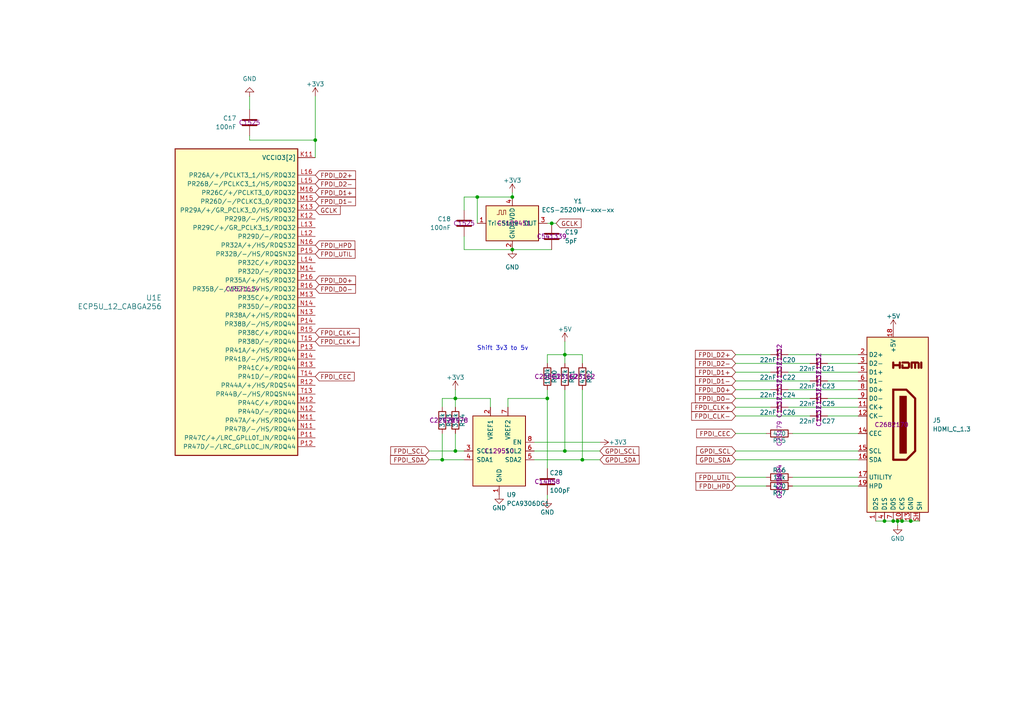
<source format=kicad_sch>
(kicad_sch (version 20250114) (generator "eeschema") (generator_version "9.0")
  (paper "A4")
  (lib_symbols
    (symbol "Connector:HDMI_C_1.3"
      (property "Reference" "J" (at -6.35 26.67 0))
      (property "Value" "HDMI_C_1.3" (at 10.16 26.67 0))
      (symbol "HDMI_C_1.3_0_0"
        (polyline (pts (xy 0 16.51) (xy 0 18.034) (xy 0 17.272) (xy 1.905 17.272) (xy 1.905 18.034) (xy 1.905 16.51)) (stroke (width 0.635)))
        (polyline (pts (xy 2.667 18.034) (xy 4.318 18.034) (xy 4.572 17.78) (xy 4.572 16.764) (xy 4.318 16.51) (xy 2.667 16.51) (xy 2.667 17.272)) (stroke (width 0.635)))
        (polyline (pts (xy 8.128 16.51) (xy 8.128 18.034)) (stroke (width 0.635)))
      )
      (symbol "HDMI_C_1.3_0_1"
        (rectangle (start -7.62 25.4) (end 10.16 -25.4) (stroke (width 0.254)) (fill (type background)))
        (polyline (pts (xy 0 10.16) (xy 3.81 10.16) (xy 6.35 7.62) (xy 6.35 -7.62) (xy 3.81 -10.16) (xy 0 -10.16) (xy 0 10.16)) (stroke (width 0.635)))
        (rectangle (start 1.905 8.255) (end 3.81 -8.255) (stroke (width 0.254)) (fill (type outline)))
        (polyline (pts (xy 5.334 16.51) (xy 5.334 18.034) (xy 6.35 18.034) (xy 6.35 16.51) (xy 6.35 18.034) (xy 7.112 18.034) (xy 7.366 17.78) (xy 7.366 16.51)) (stroke (width 0.635)))
      )
      (symbol "HDMI_C_1.3_1_1"
        (pin passive line (at -10.16 20.32 0) (length 2.54) (name "D2+") (number "2"))
        (pin passive line (at -10.16 17.78 0) (length 2.54) (name "D2-") (number "3"))
        (pin passive line (at -10.16 15.24 0) (length 2.54) (name "D1+") (number "5"))
        (pin passive line (at -10.16 12.7 0) (length 2.54) (name "D1-") (number "6"))
        (pin passive line (at -10.16 10.16 0) (length 2.54) (name "D0+") (number "8"))
        (pin passive line (at -10.16 7.62 0) (length 2.54) (name "D0-") (number "9"))
        (pin passive line (at -10.16 5.08 0) (length 2.54) (name "CK+") (number "11"))
        (pin passive line (at -10.16 2.54 0) (length 2.54) (name "CK-") (number "12"))
        (pin bidirectional line (at -10.16 -2.54 0) (length 2.54) (name "CEC") (number "14"))
        (pin passive line (at -10.16 -7.62 0) (length 2.54) (name "SCL") (number "15"))
        (pin bidirectional line (at -10.16 -10.16 0) (length 2.54) (name "SDA") (number "16"))
        (pin passive line (at -10.16 -15.24 0) (length 2.54) (name "UTILITY") (number "17"))
        (pin passive line (at -10.16 -17.78 0) (length 2.54) (name "HPD") (number "19"))
        (pin power_in line (at -5.08 -27.94 90) (length 2.54) (name "D2S") (number "1"))
        (pin power_in line (at -2.54 -27.94 90) (length 2.54) (name "D1S") (number "4"))
        (pin power_in line (at 0 27.94 270) (length 2.54) (name "+5V") (number "18"))
        (pin power_in line (at 0 -27.94 90) (length 2.54) (name "D0S") (number "7"))
        (pin power_in line (at 2.54 -27.94 90) (length 2.54) (name "CKS") (number "10"))
        (pin power_in line (at 5.08 -27.94 90) (length 2.54) (name "GND") (number "13"))
        (pin passive line (at 7.62 -27.94 90) (length 2.54) (name "SH") (number "SH"))
      )
    )
    (symbol "Device:C" (pin_numbers (hide yes)) (pin_names (offset 0.254))
      (property "Reference" "C" (at 0.635 2.54 0))
      (property "Value" "C" (at 0.635 -2.54 0))
      (symbol "C_0_1"
        (polyline (pts (xy -2.032 0.762) (xy 2.032 0.762)) (stroke (width 0.508)))
        (polyline (pts (xy -2.032 -0.762) (xy 2.032 -0.762)) (stroke (width 0.508)))
      )
      (symbol "C_1_1"
        (pin passive line (at 0 3.81 270) (length 2.794) (name "~") (number "1"))
        (pin passive line (at 0 -3.81 90) (length 2.794) (name "~") (number "2"))
      )
    )
    (symbol "Device:C_Small" (pin_numbers (hide yes)) (pin_names (offset 0.254) (hide yes))
      (property "Reference" "C" (at 0.254 1.778 0))
      (property "Value" "C_Small" (at 0.254 -2.032 0))
      (symbol "C_Small_0_1"
        (polyline (pts (xy -1.524 0.508) (xy 1.524 0.508)) (stroke (width 0.3048)))
        (polyline (pts (xy -1.524 -0.508) (xy 1.524 -0.508)) (stroke (width 0.3302)))
      )
      (symbol "C_Small_1_1"
        (pin passive line (at 0 2.54 270) (length 2.032) (name "~") (number "1"))
        (pin passive line (at 0 -2.54 90) (length 2.032) (name "~") (number "2"))
      )
    )
    (symbol "Device:R" (pin_numbers (hide yes)) (pin_names (offset 0))
      (property "Reference" "R" (at 2.032 0 90))
      (property "Value" "R" (at 0 0 90))
      (symbol "R_0_1"
        (rectangle (start -1.016 -2.54) (end 1.016 2.54) (stroke (width 0.254)))
      )
      (symbol "R_1_1"
        (pin passive line (at 0 3.81 270) (length 1.27) (name "~") (number "1"))
        (pin passive line (at 0 -3.81 90) (length 1.27) (name "~") (number "2"))
      )
    )
    (symbol "Interface:PCA9306DC1" (pin_names (offset 1.016))
      (property "Reference" "U" (at -7.62 11.43 0))
      (property "Value" "PCA9306DC1" (at 3.81 11.43 0))
      (symbol "PCA9306DC1_0_1"
        (rectangle (start -7.62 10.16) (end 7.62 -10.16) (stroke (width 0.254)) (fill (type background)))
      )
      (symbol "PCA9306DC1_1_1"
        (pin bidirectional line (at -10.16 0 0) (length 2.54) (name "SCL1") (number "3"))
        (pin bidirectional line (at -10.16 -2.54 0) (length 2.54) (name "SDA1") (number "4"))
        (pin power_in line (at -2.54 12.7 270) (length 2.54) (name "VREF1") (number "2"))
        (pin power_in line (at 0 -12.7 90) (length 2.54) (name "GND") (number "1"))
        (pin power_in line (at 2.54 12.7 270) (length 2.54) (name "VREF2") (number "7"))
        (pin input line (at 10.16 2.54 180) (length 2.54) (name "EN") (number "8"))
        (pin bidirectional line (at 10.16 0 180) (length 2.54) (name "SCL2") (number "6"))
        (pin bidirectional line (at 10.16 -2.54 180) (length 2.54) (name "SDA2") (number "5"))
      )
    )
    (symbol "Oscillator:ECS-2520MV-xxx-xx"
      (property "Reference" "Y" (at -5.08 6.35 0))
      (property "Value" "ECS-2520MV-xxx-xx" (at 1.27 -6.35 0))
      (symbol "ECS-2520MV-xxx-xx_0_1"
        (rectangle (start -7.62 5.08) (end 7.62 -5.08) (stroke (width 0.254)) (fill (type background)))
        (polyline (pts (xy -4.445 2.54) (xy -3.81 2.54) (xy -3.81 3.81) (xy -3.175 3.81) (xy -3.175 2.54) (xy -2.54 2.54) (xy -2.54 3.81) (xy -1.905 3.81) (xy -1.905 2.54)))
      )
      (symbol "ECS-2520MV-xxx-xx_1_1"
        (pin input line (at -10.16 0 0) (length 2.54) (name "Tri-State") (number "1"))
        (pin power_in line (at 0 7.62 270) (length 2.54) (name "VDD") (number "4"))
        (pin power_in line (at 0 -7.62 90) (length 2.54) (name "GND") (number "2"))
        (pin output line (at 10.16 0 180) (length 2.54) (name "OUT") (number "3"))
      )
    )
    (symbol "josh-ic:ECP5U_12_CABGA256"
      (property "Reference" "U1" (at 22.86 -2.5399 0))
      (property "Value" "ECP5U_12_CABGA256" (at 22.86 -5.0799 0))
      (symbol "ECP5U_12_CABGA256_1_1"
        (rectangle (start -7.62 7.62) (end 6.35 -7.62) (stroke (width 0.001)) (fill (type background)))
        (pin power_in line (at -12.7 5.08 0) (length 5.08) (name "VCC[6]") (number "G6"))
        (pin power_in line (at -12.7 5.08 0) (length 5.08) (name "VCC[6]") (number "G7"))
        (pin power_in line (at -12.7 5.08 0) (length 5.08) (name "VCC[6]") (number "G9"))
        (pin power_in line (at -12.7 5.08 0) (length 5.08) (name "VCC[6]") (number "L10"))
        (pin power_in line (at -12.7 5.08 0) (length 5.08) (name "VCC[6]") (number "L8"))
        (pin power_in line (at -12.7 5.08 0) (length 5.08) (name "VCC[6]") (number "L9"))
        (pin power_in line (at -12.7 2.54 0) (length 5.08) (name "VCCAUX[2]") (number "G11"))
        (pin power_in line (at -12.7 2.54 0) (length 5.08) (name "VCCAUX[2]") (number "L7"))
        (pin power_in line (at -12.7 -5.08 0) (length 5.08) (name "GND[27]") (number "A1"))
        (pin power_in line (at -12.7 -5.08 0) (length 5.08) (name "GND[27]") (number "A16"))
        (pin power_in line (at -12.7 -5.08 0) (length 5.08) (name "GND[27]") (number "D15"))
        (pin power_in line (at -12.7 -5.08 0) (length 5.08) (name "GND[27]") (number "D2"))
        (pin power_in line (at -12.7 -5.08 0) (length 5.08) (name "GND[27]") (number "F8"))
        (pin power_in line (at -12.7 -5.08 0) (length 5.08) (name "GND[27]") (number "F9"))
        (pin power_in line (at -12.7 -5.08 0) (length 5.08) (name "GND[27]") (number "G10"))
        (pin power_in line (at -12.7 -5.08 0) (length 5.08) (name "GND[27]") (number "G8"))
        (pin power_in line (at -12.7 -5.08 0) (length 5.08) (name "GND[27]") (number "H1"))
        (pin power_in line (at -12.7 -5.08 0) (length 5.08) (name "GND[27]") (number "H10"))
        (pin power_in line (at -12.7 -5.08 0) (length 5.08) (name "GND[27]") (number "H16"))
        (pin power_in line (at -12.7 -5.08 0) (length 5.08) (name "GND[27]") (number "H8"))
        (pin power_in line (at -12.7 -5.08 0) (length 5.08) (name "GND[27]") (number "H9"))
        (pin power_in line (at -12.7 -5.08 0) (length 5.08) (name "GND[27]") (number "J10"))
        (pin power_in line (at -12.7 -5.08 0) (length 5.08) (name "GND[27]") (number "J8"))
        (pin power_in line (at -12.7 -5.08 0) (length 5.08) (name "GND[27]") (number "J9"))
        (pin power_in line (at -12.7 -5.08 0) (length 5.08) (name "GND[27]") (number "K10"))
        (pin power_in line (at -12.7 -5.08 0) (length 5.08) (name "GND[27]") (number "K6"))
        (pin power_in line (at -12.7 -5.08 0) (length 5.08) (name "GND[27]") (number "K7"))
        (pin power_in line (at -12.7 -5.08 0) (length 5.08) (name "GND[27]") (number "K8"))
        (pin power_in line (at -12.7 -5.08 0) (length 5.08) (name "GND[27]") (number "K9"))
        (pin power_in line (at -12.7 -5.08 0) (length 5.08) (name "GND[27]") (number "N15"))
        (pin power_in line (at -12.7 -5.08 0) (length 5.08) (name "GND[27]") (number "N2"))
        (pin power_in line (at -12.7 -5.08 0) (length 5.08) (name "GND[27]") (number "T1"))
        (pin power_in line (at -12.7 -5.08 0) (length 5.08) (name "GND[27]") (number "T12"))
        (pin power_in line (at -12.7 -5.08 0) (length 5.08) (name "GND[27]") (number "T16"))
        (pin power_in line (at -12.7 -5.08 0) (length 5.08) (name "GND[27]") (number "T5"))
      )
      (symbol "ECP5U_12_CABGA256_2_1"
        (rectangle (start -16.51 40.64) (end 8.89 -27.94) (stroke (width 0.305)) (fill (type background)))
        (pin power_in line (at -21.59 38.1 0) (length 5.08) (name "VCCIO0[2]") (number "F6"))
        (pin power_in line (at -21.59 38.1 0) (length 5.08) (name "VCCIO0[2]") (number "F7"))
        (pin bidirectional line (at -21.59 33.02 0) (length 5.08) (name "PT4A/+") (number "A2"))
        (pin bidirectional line (at -21.59 30.48 0) (length 5.08) (name "PT4B/-") (number "B3"))
        (pin bidirectional line (at -21.59 27.94 0) (length 5.08) (name "PT6A/+") (number "A3"))
        (pin bidirectional line (at -21.59 25.4 0) (length 5.08) (name "PT6B/-") (number "A4"))
        (pin bidirectional line (at -21.59 22.86 0) (length 5.08) (name "PT9A/+") (number "E4"))
        (pin bidirectional line (at -21.59 20.32 0) (length 5.08) (name "PT9B/-") (number "D4"))
        (pin bidirectional line (at -21.59 17.78 0) (length 5.08) (name "PT11A/+") (number "C4"))
        (pin bidirectional line (at -21.59 15.24 0) (length 5.08) (name "PT11B/-") (number "B4"))
        (pin bidirectional line (at -21.59 12.7 0) (length 5.08) (name "PT13A/+") (number "E5"))
        (pin bidirectional line (at -21.59 10.16 0) (length 5.08) (name "PT13B/-") (number "D5"))
        (pin bidirectional line (at -21.59 7.62 0) (length 5.08) (name "PT15A/+") (number "C5"))
        (pin bidirectional line (at -21.59 5.08 0) (length 5.08) (name "PT15B/-") (number "B5"))
        (pin bidirectional line (at -21.59 2.54 0) (length 5.08) (name "PT18A/+") (number "A5"))
        (pin bidirectional line (at -21.59 0 0) (length 5.08) (name "PT18B/-") (number "A6"))
        (pin bidirectional line (at -21.59 -2.54 0) (length 5.08) (name "PT20A/+") (number "E6"))
        (pin bidirectional line (at -21.59 -5.08 0) (length 5.08) (name "PT20B/-") (number "D6"))
        (pin bidirectional line (at -21.59 -7.62 0) (length 5.08) (name "PT22A/+") (number "C6"))
        (pin bidirectional line (at -21.59 -10.16 0) (length 5.08) (name "PT22B/-") (number "B6"))
        (pin bidirectional line (at -21.59 -12.7 0) (length 5.08) (name "PT24A/+/GR_PCLK0_1") (number "E7"))
        (pin bidirectional line (at -21.59 -15.24 0) (length 5.08) (name "PT24B/-/GR_PCLK0_0") (number "D7"))
        (pin bidirectional line (at -21.59 -17.78 0) (length 5.08) (name "PT27A/+/PCLKT0_1") (number "C7"))
        (pin bidirectional line (at -21.59 -20.32 0) (length 5.08) (name "PT27B/-/PCLKC0_1") (number "B7"))
        (pin bidirectional line (at -21.59 -22.86 0) (length 5.08) (name "PT29A/+/PCLKT0_0") (number "A7"))
        (pin bidirectional line (at -21.59 -25.4 0) (length 5.08) (name "PT29B/-/PCLKC0_0") (number "A8"))
      )
      (symbol "ECP5U_12_CABGA256_3_1"
        (rectangle (start -16.51 40.64) (end 8.89 -48.26) (stroke (width 0.305)) (fill (type background)))
        (pin power_in line (at -21.59 38.1 0) (length 5.08) (name "VCCIO1[2]") (number "F10"))
        (pin power_in line (at -21.59 38.1 0) (length 5.08) (name "VCCIO1[2]") (number "F11"))
        (pin bidirectional line (at -21.59 33.02 0) (length 5.08) (name "PT33A/+/PCLKT1_1") (number "E8"))
        (pin bidirectional line (at -21.59 30.48 0) (length 5.08) (name "PT33B/-/PCLKC1_1") (number "D8"))
        (pin bidirectional line (at -21.59 27.94 0) (length 5.08) (name "PT35A/+/PCLKT1_0") (number "C8"))
        (pin bidirectional line (at -21.59 25.4 0) (length 5.08) (name "PT35B/-/PCLKC1_0") (number "B8"))
        (pin bidirectional line (at -21.59 22.86 0) (length 5.08) (name "PT38A/+/GR_PCLK1_0") (number "B9"))
        (pin bidirectional line (at -21.59 20.32 0) (length 5.08) (name "PT38B/-/GR_PCLK1_1") (number "C9"))
        (pin bidirectional line (at -21.59 17.78 0) (length 5.08) (name "PT40A/+") (number "D9"))
        (pin bidirectional line (at -21.59 15.24 0) (length 5.08) (name "PT40B/-") (number "E9"))
        (pin bidirectional line (at -21.59 12.7 0) (length 5.08) (name "PT42A/+") (number "A9"))
        (pin bidirectional line (at -21.59 10.16 0) (length 5.08) (name "PT42B/-") (number "A10"))
        (pin bidirectional line (at -21.59 7.62 0) (length 5.08) (name "PT44A/+") (number "B10"))
        (pin bidirectional line (at -21.59 5.08 0) (length 5.08) (name "PT44B/-") (number "C10"))
        (pin bidirectional line (at -21.59 2.54 0) (length 5.08) (name "PT47A/+") (number "D10"))
        (pin bidirectional line (at -21.59 0 0) (length 5.08) (name "PT47B/-") (number "E10"))
        (pin bidirectional line (at -21.59 -2.54 0) (length 5.08) (name "PT49A/+") (number "B11"))
        (pin bidirectional line (at -21.59 -5.08 0) (length 5.08) (name "PT49B/-") (number "C11"))
        (pin bidirectional line (at -21.59 -7.62 0) (length 5.08) (name "PT51A/+") (number "D11"))
        (pin bidirectional line (at -21.59 -10.16 0) (length 5.08) (name "PT51B/-") (number "E11"))
        (pin bidirectional line (at -21.59 -12.7 0) (length 5.08) (name "PT53A/+") (number "A11"))
        (pin bidirectional line (at -21.59 -15.24 0) (length 5.08) (name "PT53B/-") (number "A12"))
        (pin bidirectional line (at -21.59 -17.78 0) (length 5.08) (name "PT56A/+") (number "B12"))
        (pin bidirectional line (at -21.59 -20.32 0) (length 5.08) (name "PT56B/-") (number "C12"))
        (pin bidirectional line (at -21.59 -22.86 0) (length 5.08) (name "PT58A/+") (number "D12"))
        (pin bidirectional line (at -21.59 -25.4 0) (length 5.08) (name "PT58B/-") (number "E12"))
        (pin bidirectional line (at -21.59 -27.94 0) (length 5.08) (name "PT60A/+") (number "B13"))
        (pin bidirectional line (at -21.59 -30.48 0) (length 5.08) (name "PT60B/-") (number "C13"))
        (pin bidirectional line (at -21.59 -33.02 0) (length 5.08) (name "PT62A/+") (number "D13"))
        (pin bidirectional line (at -21.59 -35.56 0) (length 5.08) (name "PT62B/-") (number "E13"))
        (pin bidirectional line (at -21.59 -38.1 0) (length 5.08) (name "PT65A/+") (number "A13"))
        (pin bidirectional line (at -21.59 -40.64 0) (length 5.08) (name "PT65B/-") (number "A14"))
        (pin bidirectional line (at -21.59 -43.18 0) (length 5.08) (name "PT67A/+") (number "B14"))
        (pin bidirectional line (at -21.59 -45.72 0) (length 5.08) (name "PT67B/-") (number "A15"))
      )
      (symbol "ECP5U_12_CABGA256_4_1"
        (rectangle (start -16.51 40.64) (end 21.59 -48.26) (stroke (width 0.305)) (fill (type background)))
        (pin power_in line (at -21.59 38.1 0) (length 5.08) (name "VCCIO2[2]") (number "H11"))
        (pin power_in line (at -21.59 38.1 0) (length 5.08) (name "VCCIO2[2]") (number "J11"))
        (pin bidirectional line (at -21.59 33.02 0) (length 5.08) (name "PR2A/+/HS/RDQ8") (number "B16"))
        (pin bidirectional line (at -21.59 30.48 0) (length 5.08) (name "PR2B/-/S0_IN/HS/RDQ8") (number "B15"))
        (pin bidirectional line (at -21.59 27.94 0) (length 5.08) (name "PR2C/+/RDQ8") (number "C14"))
        (pin bidirectional line (at -21.59 25.4 0) (length 5.08) (name "PR2D/-/RDQ8") (number "D14"))
        (pin bidirectional line (at -21.59 22.86 0) (length 5.08) (name "PR5A/+/HS/RDQ8") (number "C16"))
        (pin bidirectional line (at -21.59 20.32 0) (length 5.08) (name "PR5B/-/HS/RDQ8") (number "C15"))
        (pin bidirectional line (at -21.59 17.78 0) (length 5.08) (name "PR5C/+/RDQ8") (number "E14"))
        (pin bidirectional line (at -21.59 15.24 0) (length 5.08) (name "PR5D/-/RDQ8") (number "F14"))
        (pin bidirectional line (at -21.59 12.7 0) (length 5.08) (name "PR8A/+/HS/RDQS8") (number "D16"))
        (pin bidirectional line (at -21.59 10.16 0) (length 5.08) (name "PR8B/-/HS/RDQSN8") (number "E15"))
        (pin bidirectional line (at -21.59 7.62 0) (length 5.08) (name "PR8C/+/RDQ8") (number "F13"))
        (pin bidirectional line (at -21.59 5.08 0) (length 5.08) (name "PR8D/-/RDQ8") (number "F12"))
        (pin bidirectional line (at -21.59 2.54 0) (length 5.08) (name "PR11A/+/HS/RDQ8") (number "G12"))
        (pin bidirectional line (at -21.59 0 0) (length 5.08) (name "PR11B/-/HS/RDQ8") (number "G13"))
        (pin bidirectional line (at -21.59 -2.54 0) (length 5.08) (name "PR11C/+/RDQ8") (number "F15"))
        (pin bidirectional line (at -21.59 -5.08 0) (length 5.08) (name "PR11D/-/RDQ8") (number "E16"))
        (pin bidirectional line (at -21.59 -7.62 0) (length 5.08) (name "PR14A/+/HS/RDQ20") (number "F16"))
        (pin bidirectional line (at -21.59 -10.16 0) (length 5.08) (name "PR14B/-/HS/RDQ20") (number "G15"))
        (pin bidirectional line (at -21.59 -12.7 0) (length 5.08) (name "PR14C/+/VREF1_2/RDQ20") (number "G14"))
        (pin bidirectional line (at -21.59 -15.24 0) (length 5.08) (name "PR14D/-/RDQ20") (number "H14"))
        (pin bidirectional line (at -21.59 -17.78 0) (length 5.08) (name "PR17A/+/HS/RDQ20") (number "H12"))
        (pin bidirectional line (at -21.59 -20.32 0) (length 5.08) (name "PR17B/-/HS/RDQ20") (number "H13"))
        (pin bidirectional line (at -21.59 -22.86 0) (length 5.08) (name "PR17C/+/RDQ20") (number "J13"))
        (pin bidirectional line (at -21.59 -25.4 0) (length 5.08) (name "PR17D/-/RDQ20") (number "J12"))
        (pin bidirectional line (at -21.59 -27.94 0) (length 5.08) (name "PR20A/+/GR_PCLK2_1/HS/RDQS20") (number "G16"))
        (pin bidirectional line (at -21.59 -30.48 0) (length 5.08) (name "PR20B/-/HS/RDQSN20") (number "H15"))
        (pin bidirectional line (at -21.59 -33.02 0) (length 5.08) (name "PR20C/+/GR_PCLK2_0/RDQ20") (number "J14"))
        (pin bidirectional line (at -21.59 -35.56 0) (length 5.08) (name "PR20D/-/RDQ20") (number "K14"))
        (pin bidirectional line (at -21.59 -38.1 0) (length 5.08) (name "PR23A/+/PCLKT2_1/HS/RDQ20") (number "J16"))
        (pin bidirectional line (at -21.59 -40.64 0) (length 5.08) (name "PR23B/-/PCLKC2_1/HS/RDQ20") (number "J15"))
        (pin bidirectional line (at -21.59 -43.18 0) (length 5.08) (name "PR23C/+/PCLKT2_0/RDQ20") (number "K16"))
        (pin bidirectional line (at -21.59 -45.72 0) (length 5.08) (name "PR23D/-/PCLKC2_0/RDQ20") (number "K15"))
      )
      (symbol "ECP5U_12_CABGA256_5_1"
        (rectangle (start -16.51 40.64) (end 19.05 -48.26) (stroke (width 0.305)) (fill (type background)))
        (pin power_in line (at -21.59 38.1 0) (length 5.08) (name "VCCIO3[2]") (number "K11"))
        (pin power_in line (at -21.59 38.1 0) (length 5.08) (name "VCCIO3[2]") (number "L11"))
        (pin bidirectional line (at -21.59 33.02 0) (length 5.08) (name "PR26A/+/PCLKT3_1/HS/RDQ32") (number "L16"))
        (pin bidirectional line (at -21.59 30.48 0) (length 5.08) (name "PR26B/-/PCLKC3_1/HS/RDQ32") (number "L15"))
        (pin bidirectional line (at -21.59 27.94 0) (length 5.08) (name "PR26C/+/PCLKT3_0/RDQ32") (number "M16"))
        (pin bidirectional line (at -21.59 25.4 0) (length 5.08) (name "PR26D/-/PCLKC3_0/RDQ32") (number "M15"))
        (pin bidirectional line (at -21.59 22.86 0) (length 5.08) (name "PR29A/+/GR_PCLK3_0/HS/RDQ32") (number "K13"))
        (pin bidirectional line (at -21.59 20.32 0) (length 5.08) (name "PR29B/-/HS/RDQ32") (number "K12"))
        (pin bidirectional line (at -21.59 17.78 0) (length 5.08) (name "PR29C/+/GR_PCLK3_1/RDQ32") (number "L13"))
        (pin bidirectional line (at -21.59 15.24 0) (length 5.08) (name "PR29D/-/RDQ32") (number "L12"))
        (pin bidirectional line (at -21.59 12.7 0) (length 5.08) (name "PR32A/+/HS/RDQS32") (number "N16"))
        (pin bidirectional line (at -21.59 10.16 0) (length 5.08) (name "PR32B/-/HS/RDQSN32") (number "P15"))
        (pin bidirectional line (at -21.59 7.62 0) (length 5.08) (name "PR32C/+/RDQ32") (number "L14"))
        (pin bidirectional line (at -21.59 5.08 0) (length 5.08) (name "PR32D/-/RDQ32") (number "M14"))
        (pin bidirectional line (at -21.59 2.54 0) (length 5.08) (name "PR35A/+/HS/RDQ32") (number "P16"))
        (pin bidirectional line (at -21.59 0 0) (length 5.08) (name "PR35B/-/VREF1_3/HS/RDQ32") (number "R16"))
        (pin bidirectional line (at -21.59 -2.54 0) (length 5.08) (name "PR35C/+/RDQ32") (number "M13"))
        (pin bidirectional line (at -21.59 -5.08 0) (length 5.08) (name "PR35D/-/RDQ32") (number "N14"))
        (pin bidirectional line (at -21.59 -7.62 0) (length 5.08) (name "PR38A/+/HS/RDQ44") (number "N13"))
        (pin bidirectional line (at -21.59 -10.16 0) (length 5.08) (name "PR38B/-/HS/RDQ44") (number "P14"))
        (pin bidirectional line (at -21.59 -12.7 0) (length 5.08) (name "PR38C/+/RDQ44") (number "R15"))
        (pin bidirectional line (at -21.59 -15.24 0) (length 5.08) (name "PR38D/-/RDQ44") (number "T15"))
        (pin bidirectional line (at -21.59 -17.78 0) (length 5.08) (name "PR41A/+/HS/RDQ44") (number "P13"))
        (pin bidirectional line (at -21.59 -20.32 0) (length 5.08) (name "PR41B/-/HS/RDQ44") (number "R14"))
        (pin bidirectional line (at -21.59 -22.86 0) (length 5.08) (name "PR41C/+/RDQ44") (number "R13"))
        (pin bidirectional line (at -21.59 -25.4 0) (length 5.08) (name "PR41D/-/RDQ44") (number "T14"))
        (pin bidirectional line (at -21.59 -27.94 0) (length 5.08) (name "PR44A/+/HS/RDQS44") (number "R12"))
        (pin bidirectional line (at -21.59 -30.48 0) (length 5.08) (name "PR44B/-/HS/RDQSN44") (number "T13"))
        (pin bidirectional line (at -21.59 -33.02 0) (length 5.08) (name "PR44C/+/RDQ44") (number "M12"))
        (pin bidirectional line (at -21.59 -35.56 0) (length 5.08) (name "PR44D/-/RDQ44") (number "N12"))
        (pin bidirectional line (at -21.59 -38.1 0) (length 5.08) (name "PR47A/+/HS/RDQ44") (number "M11"))
        (pin bidirectional line (at -21.59 -40.64 0) (length 5.08) (name "PR47B/-/HS/RDQ44") (number "N11"))
        (pin bidirectional line (at -21.59 -43.18 0) (length 5.08) (name "PR47C/+/LRC_GPLL0T_IN/RDQ44") (number "P11"))
        (pin bidirectional line (at -21.59 -45.72 0) (length 5.08) (name "PR47D/-/LRC_GPLL0C_IN/RDQ44") (number "P12"))
      )
      (symbol "ECP5U_12_CABGA256_6_1"
        (rectangle (start -16.51 40.64) (end 19.05 -48.26) (stroke (width 0.305)) (fill (type background)))
        (pin power_in line (at -21.59 38.1 0) (length 5.08) (name "VCCIO6[2]") (number "J6"))
        (pin power_in line (at -21.59 38.1 0) (length 5.08) (name "VCCIO6[2]") (number "J7"))
        (pin bidirectional line (at -21.59 33.02 0) (length 5.08) (name "PL26A/+/PCLKT6_1/HS/LDQ32") (number "L1"))
        (pin bidirectional line (at -21.59 30.48 0) (length 5.08) (name "PL26B/-/PCLKC6_1/HS/LDQ32") (number "L2"))
        (pin bidirectional line (at -21.59 27.94 0) (length 5.08) (name "PL26C/+/PCLKT6_0/LDQ32") (number "M1"))
        (pin bidirectional line (at -21.59 25.4 0) (length 5.08) (name "PL26D/-/PCLKC6_0/LDQ32") (number "M2"))
        (pin bidirectional line (at -21.59 22.86 0) (length 5.08) (name "PL29A/+/GR_PCLK6_0/HS/LDQ32") (number "K4"))
        (pin bidirectional line (at -21.59 20.32 0) (length 5.08) (name "PL29B/-/HS/LDQ32") (number "K5"))
        (pin bidirectional line (at -21.59 17.78 0) (length 5.08) (name "PL29C/+/GR_PCLK6_1/LDQ32") (number "L4"))
        (pin bidirectional line (at -21.59 15.24 0) (length 5.08) (name "PL29D/-/LDQ32") (number "L5"))
        (pin bidirectional line (at -21.59 12.7 0) (length 5.08) (name "PL32A/+/HS/LDQS32") (number "N1"))
        (pin bidirectional line (at -21.59 10.16 0) (length 5.08) (name "PL32B/-/HS/LDQSN32") (number "P2"))
        (pin bidirectional line (at -21.59 7.62 0) (length 5.08) (name "PL32C/+/LDQ32") (number "L3"))
        (pin bidirectional line (at -21.59 5.08 0) (length 5.08) (name "PL32D/-/LDQ32") (number "M3"))
        (pin bidirectional line (at -21.59 2.54 0) (length 5.08) (name "PL35A/+/HS/LDQ32") (number "P1"))
        (pin bidirectional line (at -21.59 0 0) (length 5.08) (name "PL35B/-/VREF1_6/HS/LDQ32") (number "R1"))
        (pin bidirectional line (at -21.59 -2.54 0) (length 5.08) (name "PL35C/+/LDQ32") (number "M4"))
        (pin bidirectional line (at -21.59 -5.08 0) (length 5.08) (name "PL35D/-/LDQ32") (number "N3"))
        (pin bidirectional line (at -21.59 -7.62 0) (length 5.08) (name "PL38A/+/HS/LDQ44") (number "N4"))
        (pin bidirectional line (at -21.59 -10.16 0) (length 5.08) (name "PL38B/-/HS/LDQ44") (number "P3"))
        (pin bidirectional line (at -21.59 -12.7 0) (length 5.08) (name "PL38C/+/LDQ44") (number "R2"))
        (pin bidirectional line (at -21.59 -15.24 0) (length 5.08) (name "PL38D/-/LDQ44") (number "T2"))
        (pin bidirectional line (at -21.59 -17.78 0) (length 5.08) (name "PL41A/+/HS/LDQ44") (number "P4"))
        (pin bidirectional line (at -21.59 -20.32 0) (length 5.08) (name "PL41B/-/HS/LDQ44") (number "R3"))
        (pin bidirectional line (at -21.59 -22.86 0) (length 5.08) (name "PL41C/+/LDQ44") (number "R4"))
        (pin bidirectional line (at -21.59 -25.4 0) (length 5.08) (name "PL41D/-/LDQ44") (number "T3"))
        (pin bidirectional line (at -21.59 -27.94 0) (length 5.08) (name "PL44A/+/HS/LDQS44") (number "R5"))
        (pin bidirectional line (at -21.59 -30.48 0) (length 5.08) (name "PL44B/-/HS/LDQSN44") (number "T4"))
        (pin bidirectional line (at -21.59 -33.02 0) (length 5.08) (name "PL44C/+/LDQ44") (number "M5"))
        (pin bidirectional line (at -21.59 -35.56 0) (length 5.08) (name "PL44D/-/LDQ44") (number "N5"))
        (pin bidirectional line (at -21.59 -38.1 0) (length 5.08) (name "PL47A/+/HS/LDQ44") (number "M6"))
        (pin bidirectional line (at -21.59 -40.64 0) (length 5.08) (name "PL47B/-/HS/LDQ44") (number "N6"))
        (pin bidirectional line (at -21.59 -43.18 0) (length 5.08) (name "PL47C/+/LLC_GPLL0T_IN/LDQ44") (number "P6"))
        (pin bidirectional line (at -21.59 -45.72 0) (length 5.08) (name "PL47D/-/LLC_GPLL0C_IN/LDQ44") (number "P5"))
      )
      (symbol "ECP5U_12_CABGA256_7_1"
        (rectangle (start -16.51 40.64) (end 20.32 -46.99) (stroke (width 0.305)) (fill (type background)))
        (pin power_in line (at -21.59 38.1 0) (length 5.08) (name "VCCIO7[2]") (number "H6"))
        (pin power_in line (at -21.59 38.1 0) (length 5.08) (name "VCCIO7[2]") (number "H7"))
        (pin bidirectional line (at -21.59 34.29 0) (length 5.08) (name "PL2A/+/HS/LDQ8") (number "B1"))
        (pin bidirectional line (at -21.59 31.75 0) (length 5.08) (name "PL2B/-/HS/LDQ8") (number "B2"))
        (pin bidirectional line (at -21.59 29.21 0) (length 5.08) (name "PL2C/+/LDQ8") (number "C3"))
        (pin bidirectional line (at -21.59 26.67 0) (length 5.08) (name "PL2D/-/LDQ8") (number "D3"))
        (pin bidirectional line (at -21.59 24.13 0) (length 5.08) (name "PL5A/+/HS/LDQ8") (number "C1"))
        (pin bidirectional line (at -21.59 21.59 0) (length 5.08) (name "PL5B/-/HS/LDQ8") (number "C2"))
        (pin bidirectional line (at -21.59 19.05 0) (length 5.08) (name "PL5C/+/LDQ8") (number "E3"))
        (pin bidirectional line (at -21.59 16.51 0) (length 5.08) (name "PL5D/-/LDQ8") (number "F3"))
        (pin bidirectional line (at -21.59 13.97 0) (length 5.08) (name "PL8A/+/HS/LDQS8") (number "D1"))
        (pin bidirectional line (at -21.59 11.43 0) (length 5.08) (name "PL8B/-/HS/LDQSN8") (number "E2"))
        (pin bidirectional line (at -21.59 8.89 0) (length 5.08) (name "PL8C/+/LDQ8") (number "F4"))
        (pin bidirectional line (at -21.59 6.35 0) (length 5.08) (name "PL8D/-/LDQ8") (number "F5"))
        (pin bidirectional line (at -21.59 3.81 0) (length 5.08) (name "PL11A/+/HS/LDQ8") (number "G5"))
        (pin bidirectional line (at -21.59 1.27 0) (length 5.08) (name "PL11B/-/HS/LDQ8") (number "G4"))
        (pin bidirectional line (at -21.59 -1.27 0) (length 5.08) (name "PL11C/+/LDQ8") (number "F2"))
        (pin bidirectional line (at -21.59 -3.81 0) (length 5.08) (name "PL11D/-/LDQ8") (number "E1"))
        (pin bidirectional line (at -21.59 -6.35 0) (length 5.08) (name "PL14A/+/HS/LDQ20") (number "F1"))
        (pin bidirectional line (at -21.59 -8.89 0) (length 5.08) (name "PL14B/-/HS/LDQ20") (number "G2"))
        (pin bidirectional line (at -21.59 -11.43 0) (length 5.08) (name "PL14C/+/VREF1_7/LDQ20") (number "G3"))
        (pin bidirectional line (at -21.59 -13.97 0) (length 5.08) (name "PL14D/-/LDQ20") (number "H3"))
        (pin bidirectional line (at -21.59 -16.51 0) (length 5.08) (name "PL17A/+/HS/LDQ20") (number "H5"))
        (pin bidirectional line (at -21.59 -19.05 0) (length 5.08) (name "PL17B/-/HS/LDQ20") (number "H4"))
        (pin bidirectional line (at -21.59 -21.59 0) (length 5.08) (name "PL17C/+/LDQ20") (number "J4"))
        (pin bidirectional line (at -21.59 -24.13 0) (length 5.08) (name "PL17D/-/LDQ20") (number "J5"))
        (pin bidirectional line (at -21.59 -26.67 0) (length 5.08) (name "PL20A/+/GR_PCLK7_1/HS/LDQS20") (number "G1"))
        (pin bidirectional line (at -21.59 -29.21 0) (length 5.08) (name "PL20B/-/HS/LDQSN20") (number "H2"))
        (pin bidirectional line (at -21.59 -31.75 0) (length 5.08) (name "PL20C/+/GR_PCLK7_0/LDQ20") (number "J3"))
        (pin bidirectional line (at -21.59 -34.29 0) (length 5.08) (name "PL20D/-/LDQ20") (number "K3"))
        (pin bidirectional line (at -21.59 -36.83 0) (length 5.08) (name "PL23A/+/PCLKT7_1/HS/LDQ20") (number "J1"))
        (pin bidirectional line (at -21.59 -39.37 0) (length 5.08) (name "PL23B/-/PCLKC7_1/HS/LDQ20") (number "J2"))
        (pin bidirectional line (at -21.59 -41.91 0) (length 5.08) (name "PL23C/+/PCLKT7_0/LDQ20") (number "K1"))
        (pin bidirectional line (at -21.59 -44.45 0) (length 5.08) (name "PL23D/-/PCLKC7_0/LDQ20") (number "K2"))
      )
      (symbol "ECP5U_12_CABGA256_8_1"
        (rectangle (start -16.51 40.64) (end 25.4 -17.78) (stroke (width 0.305)) (fill (type background)))
        (pin power_in line (at -21.59 38.1 0) (length 5.08) (name "VCCIO8") (number "L6"))
        (pin bidirectional line (at -21.59 33.02 0) (length 5.08) (name "CCLK/MCLK/SCK") (number "N9"))
        (pin bidirectional line (at -21.59 30.48 0) (length 5.08) (name "CFG_0") (number "N10"))
        (pin bidirectional line (at -21.59 27.94 0) (length 5.08) (name "CFG_1") (number "P10"))
        (pin bidirectional line (at -21.59 25.4 0) (length 5.08) (name "CFG_2") (number "R10"))
        (pin bidirectional line (at -21.59 22.86 0) (length 5.08) (name "DONE") (number "P9"))
        (pin bidirectional line (at -21.59 20.32 0) (length 5.08) (name "INITN") (number "T9"))
        (pin bidirectional line (at -21.59 17.78 0) (length 5.08) (name "PB4A/+/D7/IO7") (number "T6"))
        (pin bidirectional line (at -21.59 15.24 0) (length 5.08) (name "PB4B/-/D6/IO6") (number "R6"))
        (pin bidirectional line (at -21.59 12.7 0) (length 5.08) (name "PB6A/+/D5/MISO2/IO5") (number "R7"))
        (pin bidirectional line (at -21.59 10.16 0) (length 5.08) (name "PB6B/-/D4/MOSI2/IO4") (number "P7"))
        (pin bidirectional line (at -21.59 7.62 0) (length 5.08) (name "PB9A/+/D3/IO3") (number "N7"))
        (pin bidirectional line (at -21.59 5.08 0) (length 5.08) (name "PB9B/-/D2/IO2") (number "M7"))
        (pin bidirectional line (at -21.59 2.54 0) (length 5.08) (name "PB11A/+/D1/MISO/IO1") (number "T7"))
        (pin bidirectional line (at -21.59 0 0) (length 5.08) (name "PB11B/-/D0/MOSI/IO0") (number "T8"))
        (pin bidirectional line (at -21.59 -2.54 0) (length 5.08) (name "PB13A/+/SN/CSN") (number "R8"))
        (pin bidirectional line (at -21.59 -5.08 0) (length 5.08) (name "PB13B/-/CS1N") (number "P8"))
        (pin bidirectional line (at -21.59 -7.62 0) (length 5.08) (name "PB15A/+/HOLDN/DI/BUSY/CSSPIN/CEN") (number "N8"))
        (pin bidirectional line (at -21.59 -10.16 0) (length 5.08) (name "PB15B/-/DOUT/CSON") (number "M8"))
        (pin bidirectional line (at -21.59 -12.7 0) (length 5.08) (name "PB18A/WRITEN") (number "M9"))
        (pin bidirectional line (at -21.59 -15.24 0) (length 5.08) (name "PROGRAMN") (number "R9"))
      )
      (symbol "ECP5U_12_CABGA256_9_1"
        (rectangle (start -2.54 6.35) (end 5.08 -6.35) (stroke (width 0.305)) (fill (type background)))
        (pin bidirectional line (at -7.62 3.81 0) (length 5.08) (name "TCK") (number "T10"))
        (pin bidirectional line (at -7.62 1.27 0) (length 5.08) (name "TDI") (number "R11"))
        (pin bidirectional line (at -7.62 -1.27 0) (length 5.08) (name "TDO") (number "M10"))
        (pin bidirectional line (at -7.62 -3.81 0) (length 5.08) (name "TMS") (number "T11"))
      )
    )
    (symbol "power:+3V3" (power) (pin_numbers (hide yes)) (pin_names (offset 0) (hide yes))
      (property "Value" "+3V3" (at 0 3.556 0))
      (symbol "+3V3_0_1"
        (polyline (pts (xy -0.762 1.27) (xy 0 2.54)))
        (polyline (pts (xy 0 2.54) (xy 0.762 1.27)))
        (polyline (pts (xy 0 0) (xy 0 2.54)))
      )
      (symbol "+3V3_1_1"
        (pin power_in line (at 0 0 90) (length 0) (name "~") (number "1"))
      )
    )
    (symbol "power:+5V" (power) (pin_numbers (hide yes)) (pin_names (offset 0) (hide yes))
      (property "Value" "+5V" (at 0 3.556 0))
      (symbol "+5V_0_1"
        (polyline (pts (xy -0.762 1.27) (xy 0 2.54)))
        (polyline (pts (xy 0 2.54) (xy 0.762 1.27)))
        (polyline (pts (xy 0 0) (xy 0 2.54)))
      )
      (symbol "+5V_1_1"
        (pin power_in line (at 0 0 90) (length 0) (name "~") (number "1"))
      )
    )
    (symbol "power:GND" (power) (pin_numbers (hide yes)) (pin_names (offset 0) (hide yes))
      (property "Value" "GND" (at 0 -3.81 0))
      (symbol "GND_0_1"
        (polyline (pts (xy 0 0) (xy 0 -1.27) (xy 1.27 -1.27) (xy 0 -2.54) (xy -1.27 -1.27) (xy 0 -1.27)))
      )
      (symbol "GND_1_1"
        (pin power_in line (at 0 0 270) (length 0) (name "~") (number "1"))
      )
    )
  )
  (text "Shift 3v3 to 5v" (at 145.796 101.092 0) (effects (font (size 1.27 1.27))))
  (junction (at 256.54 151.13))
  (junction (at 132.08 115.57))
  (junction (at 259.08 151.13))
  (junction (at 260.35 151.13))
  (junction (at 128.27 133.35))
  (junction (at 160.02 64.77))
  (junction (at 163.83 130.81))
  (junction (at 91.44 40.64))
  (junction (at 148.59 57.15))
  (junction (at 261.62 151.13))
  (junction (at 138.43 57.15))
  (junction (at 158.75 115.57))
  (junction (at 132.08 130.81))
  (junction (at 264.16 151.13))
  (junction (at 148.59 72.39))
  (junction (at 163.83 102.87))
  (junction (at 168.91 133.35))
  (wire (pts (xy 213.36 113.03) (xy 223.52 113.03)))
  (wire (pts (xy 158.75 143.51) (xy 158.75 144.78)))
  (wire (pts (xy 213.36 105.41) (xy 234.95 105.41)))
  (wire (pts (xy 240.03 120.65) (xy 248.92 120.65)))
  (wire (pts (xy 72.39 40.64) (xy 91.44 40.64)))
  (wire (pts (xy 138.43 57.15) (xy 138.43 64.77)))
  (wire (pts (xy 168.91 102.87) (xy 168.91 105.41)))
  (wire (pts (xy 228.6 107.95) (xy 248.92 107.95)))
  (wire (pts (xy 213.36 102.87) (xy 223.52 102.87)))
  (wire (pts (xy 154.94 133.35) (xy 168.91 133.35)))
  (wire (pts (xy 240.03 115.57) (xy 248.92 115.57)))
  (wire (pts (xy 163.83 102.87) (xy 163.83 105.41)))
  (wire (pts (xy 163.83 102.87) (xy 168.91 102.87)))
  (wire (pts (xy 158.75 105.41) (xy 158.75 102.87)))
  (wire (pts (xy 228.6 118.11) (xy 248.92 118.11)))
  (wire (pts (xy 132.08 115.57) (xy 142.24 115.57)))
  (wire (pts (xy 142.24 115.57) (xy 142.24 118.11)))
  (wire (pts (xy 154.94 130.81) (xy 163.83 130.81)))
  (wire (pts (xy 163.83 130.81) (xy 173.99 130.81)))
  (wire (pts (xy 132.08 115.57) (xy 132.08 118.11)))
  (wire (pts (xy 229.87 125.73) (xy 248.92 125.73)))
  (wire (pts (xy 240.03 110.49) (xy 248.92 110.49)))
  (wire (pts (xy 124.46 130.81) (xy 132.08 130.81)))
  (wire (pts (xy 160.02 64.77) (xy 161.29 64.77)))
  (wire (pts (xy 213.36 138.43) (xy 222.25 138.43)))
  (wire (pts (xy 91.44 27.94) (xy 91.44 40.64)))
  (wire (pts (xy 213.36 125.73) (xy 222.25 125.73)))
  (wire (pts (xy 158.75 64.77) (xy 160.02 64.77)))
  (wire (pts (xy 163.83 113.03) (xy 163.83 130.81)))
  (wire (pts (xy 168.91 133.35) (xy 173.99 133.35)))
  (wire (pts (xy 213.36 140.97) (xy 222.25 140.97)))
  (wire (pts (xy 158.75 102.87) (xy 163.83 102.87)))
  (wire (pts (xy 134.62 72.39) (xy 134.62 68.58)))
  (wire (pts (xy 168.91 133.35) (xy 168.91 113.03)))
  (wire (pts (xy 229.87 138.43) (xy 248.92 138.43)))
  (wire (pts (xy 134.62 57.15) (xy 138.43 57.15)))
  (wire (pts (xy 148.59 72.39) (xy 134.62 72.39)))
  (wire (pts (xy 147.32 115.57) (xy 147.32 118.11)))
  (wire (pts (xy 213.36 115.57) (xy 234.95 115.57)))
  (wire (pts (xy 254 151.13) (xy 256.54 151.13)))
  (wire (pts (xy 124.46 133.35) (xy 128.27 133.35)))
  (wire (pts (xy 148.59 55.88) (xy 148.59 57.15)))
  (wire (pts (xy 213.36 130.81) (xy 248.92 130.81)))
  (wire (pts (xy 213.36 110.49) (xy 234.95 110.49)))
  (wire (pts (xy 138.43 57.15) (xy 148.59 57.15)))
  (wire (pts (xy 91.44 40.64) (xy 91.44 45.72)))
  (wire (pts (xy 147.32 115.57) (xy 158.75 115.57)))
  (wire (pts (xy 213.36 120.65) (xy 234.95 120.65)))
  (wire (pts (xy 264.16 151.13) (xy 266.7 151.13)))
  (wire (pts (xy 213.36 133.35) (xy 248.92 133.35)))
  (wire (pts (xy 228.6 113.03) (xy 248.92 113.03)))
  (wire (pts (xy 134.62 60.96) (xy 134.62 57.15)))
  (wire (pts (xy 259.08 151.13) (xy 260.35 151.13)))
  (wire (pts (xy 158.75 113.03) (xy 158.75 115.57)))
  (wire (pts (xy 154.94 128.27) (xy 173.99 128.27)))
  (wire (pts (xy 261.62 151.13) (xy 264.16 151.13)))
  (wire (pts (xy 229.87 140.97) (xy 248.92 140.97)))
  (wire (pts (xy 213.36 118.11) (xy 223.52 118.11)))
  (wire (pts (xy 132.08 130.81) (xy 134.62 130.81)))
  (wire (pts (xy 72.39 27.94) (xy 72.39 31.75)))
  (wire (pts (xy 158.75 115.57) (xy 158.75 135.89)))
  (wire (pts (xy 260.35 151.13) (xy 261.62 151.13)))
  (wire (pts (xy 128.27 133.35) (xy 134.62 133.35)))
  (wire (pts (xy 228.6 102.87) (xy 248.92 102.87)))
  (wire (pts (xy 260.35 152.4) (xy 260.35 151.13)))
  (wire (pts (xy 72.39 40.64) (xy 72.39 39.37)))
  (wire (pts (xy 163.83 99.06) (xy 163.83 102.87)))
  (wire (pts (xy 132.08 113.03) (xy 132.08 115.57)))
  (wire (pts (xy 148.59 72.39) (xy 160.02 72.39)))
  (wire (pts (xy 213.36 107.95) (xy 223.52 107.95)))
  (wire (pts (xy 240.03 105.41) (xy 248.92 105.41)))
  (wire (pts (xy 132.08 125.73) (xy 132.08 130.81)))
  (wire (pts (xy 256.54 151.13) (xy 259.08 151.13)))
  (wire (pts (xy 128.27 118.11) (xy 128.27 115.57)))
  (wire (pts (xy 128.27 125.73) (xy 128.27 133.35)))
  (wire (pts (xy 128.27 115.57) (xy 132.08 115.57)))
  (global_label "GPDI_SDA" (shape input) (at 213.36 133.35 180) (property "Intersheetrefs" "${INTERSHEET_REFS}" (effects (hide yes))))
  (global_label "FPDI_SCL" (shape input) (at 124.46 130.81 180) (property "Intersheetrefs" "${INTERSHEET_REFS}" (effects (hide yes))))
  (global_label "FPDI_D2-" (shape input) (at 213.36 105.41 180) (property "Intersheetrefs" "${INTERSHEET_REFS}" (effects (hide yes))))
  (global_label "FPDI_HPD" (shape input) (at 213.36 140.97 180) (property "Intersheetrefs" "${INTERSHEET_REFS}" (effects (hide yes))))
  (global_label "GPDI_SCL" (shape input) (at 173.99 130.81 0) (property "Intersheetrefs" "${INTERSHEET_REFS}" (effects (hide yes))))
  (global_label "FPDI_UTIL" (shape input) (at 91.44 73.66 0) (property "Intersheetrefs" "${INTERSHEET_REFS}" (effects (hide yes))))
  (global_label "FPDI_D2+" (shape input) (at 213.36 102.87 180) (property "Intersheetrefs" "${INTERSHEET_REFS}" (effects (hide yes))))
  (global_label "GPDI_SDA" (shape input) (at 173.99 133.35 0) (property "Intersheetrefs" "${INTERSHEET_REFS}" (effects (hide yes))))
  (global_label "FPDI_D1-" (shape input) (at 213.36 110.49 180) (property "Intersheetrefs" "${INTERSHEET_REFS}" (effects (hide yes))))
  (global_label "FPDI_D1+" (shape input) (at 213.36 107.95 180) (property "Intersheetrefs" "${INTERSHEET_REFS}" (effects (hide yes))))
  (global_label "FPDI_D1+" (shape input) (at 91.44 55.88 0) (property "Intersheetrefs" "${INTERSHEET_REFS}" (effects (hide yes))))
  (global_label "FPDI_D1-" (shape input) (at 91.44 58.42 0) (property "Intersheetrefs" "${INTERSHEET_REFS}" (effects (hide yes))))
  (global_label "FPDI_CLK+" (shape input) (at 91.44 99.06 0) (property "Intersheetrefs" "${INTERSHEET_REFS}" (effects (hide yes))))
  (global_label "FPDI_CEC" (shape input) (at 213.36 125.73 180) (property "Intersheetrefs" "${INTERSHEET_REFS}" (effects (hide yes))))
  (global_label "GPDI_SCL" (shape input) (at 213.36 130.81 180) (property "Intersheetrefs" "${INTERSHEET_REFS}" (effects (hide yes))))
  (global_label "FPDI_UTIL" (shape input) (at 213.36 138.43 180) (property "Intersheetrefs" "${INTERSHEET_REFS}" (effects (hide yes))))
  (global_label "FPDI_CLK-" (shape input) (at 91.44 96.52 0) (property "Intersheetrefs" "${INTERSHEET_REFS}" (effects (hide yes))))
  (global_label "FPDI_CLK+" (shape input) (at 213.36 118.11 180) (property "Intersheetrefs" "${INTERSHEET_REFS}" (effects (hide yes))))
  (global_label "GCLK" (shape input) (at 161.29 64.77 0) (property "Intersheetrefs" "${INTERSHEET_REFS}" (effects (hide yes))))
  (global_label "FPDI_D0-" (shape input) (at 91.44 83.82 0) (property "Intersheetrefs" "${INTERSHEET_REFS}" (effects (hide yes))))
  (global_label "FPDI_D2+" (shape input) (at 91.44 50.8 0) (property "Intersheetrefs" "${INTERSHEET_REFS}" (effects (hide yes))))
  (global_label "FPDI_CLK-" (shape input) (at 213.36 120.65 180) (property "Intersheetrefs" "${INTERSHEET_REFS}" (effects (hide yes))))
  (global_label "GCLK" (shape input) (at 91.44 60.96 0) (property "Intersheetrefs" "${INTERSHEET_REFS}" (effects (hide yes))))
  (global_label "FPDI_SDA" (shape input) (at 124.46 133.35 180) (property "Intersheetrefs" "${INTERSHEET_REFS}" (effects (hide yes))))
  (global_label "FPDI_D2-" (shape input) (at 91.44 53.34 0) (property "Intersheetrefs" "${INTERSHEET_REFS}" (effects (hide yes))))
  (global_label "FPDI_CEC" (shape input) (at 91.44 109.22 0) (property "Intersheetrefs" "${INTERSHEET_REFS}" (effects (hide yes))))
  (global_label "FPDI_D0+" (shape input) (at 91.44 81.28 0) (property "Intersheetrefs" "${INTERSHEET_REFS}" (effects (hide yes))))
  (global_label "FPDI_D0+" (shape input) (at 213.36 113.03 180) (property "Intersheetrefs" "${INTERSHEET_REFS}" (effects (hide yes))))
  (global_label "FPDI_HPD" (shape input) (at 91.44 71.12 0) (property "Intersheetrefs" "${INTERSHEET_REFS}" (effects (hide yes))))
  (global_label "FPDI_D0-" (shape input) (at 213.36 115.57 180) (property "Intersheetrefs" "${INTERSHEET_REFS}" (effects (hide yes))))
  (symbol (lib_id "power:GND") (at 260.35 152.4 0) (mirror y) (unit 1)
    (property "Reference" "#PWR069" (effects (hide yes)))
    (property "Value" "GND" (at 260.35 156.21 0))
  )
  (symbol (lib_id "Device:R") (at 158.75 109.22 0) (unit 1)
    (property "Reference" "R10" (at 160.782 109.22 90))
    (property "Value" "100k" (at 158.75 109.22 90))
    (property "Footprint" "Resistor_SMD:R_0603_1608Metric" (effects (hide yes)))
    (property "JLCPCB Part #" "C25803" (at 158.75 109.22 0))
  )
  (symbol (lib_id "Device:R") (at 163.83 109.22 0) (unit 1)
    (property "Reference" "R11" (at 165.862 109.22 90))
    (property "Value" "4.7k" (at 163.83 109.22 90))
    (property "Footprint" "Resistor_SMD:R_0603_1608Metric" (effects (hide yes)))
    (property "JLCPCB Part #" "C23162" (at 163.83 109.22 0))
  )
  (symbol (lib_id "Device:R") (at 168.91 109.22 0) (unit 1)
    (property "Reference" "R12" (at 170.942 109.22 90))
    (property "Value" "4.7k" (at 168.91 109.22 90))
    (property "Footprint" "Resistor_SMD:R_0603_1608Metric" (effects (hide yes)))
    (property "JLCPCB Part #" "C23162" (at 168.91 109.22 0))
  )
  (symbol (lib_id "power:+5V") (at 163.83 99.06 0) (unit 1)
    (property "Reference" "#PWR064" (effects (hide yes)))
    (property "Value" "+5V" (at 163.83 95.504 0))
  )
  (symbol (lib_id "Device:C") (at 158.75 139.7 0) (unit 1)
    (property "Reference" "C28" (at 159.385 137.16 0) (effects (justify left)))
    (property "Value" "100pF" (at 159.385 142.24 0) (effects (justify left)))
    (property "Footprint" "Capacitor_SMD:C_0603_1608Metric" (effects (hide yes)))
    (property "JLCPCB Part #" "C14858" (at 158.75 139.7 0))
  )
  (symbol (lib_id "power:GND") (at 158.75 144.78 0) (unit 1)
    (property "Reference" "#PWR068" (effects (hide yes)))
    (property "Value" "GND" (at 158.75 148.59 0))
  )
  (symbol (lib_id "power:GND") (at 144.78 143.51 0) (unit 1)
    (property "Reference" "#PWR067" (effects (hide yes)))
    (property "Value" "GND" (at 144.78 147.32 0))
  )
  (symbol (lib_id "Device:R") (at 132.08 121.92 0) (unit 1)
    (property "Reference" "R14" (at 134.112 121.92 90))
    (property "Value" "3.3k" (at 132.08 121.92 90))
    (property "Footprint" "Resistor_SMD:R_0603_1608Metric" (effects (hide yes)))
    (property "JLCPCB Part #" "C22978" (at 132.08 121.92 0))
  )
  (symbol (lib_id "Device:R") (at 128.27 121.92 0) (unit 1)
    (property "Reference" "R13" (at 130.302 121.92 90))
    (property "Value" "3.3k" (at 128.27 121.92 90))
    (property "Footprint" "Resistor_SMD:R_0603_1608Metric" (effects (hide yes)))
    (property "JLCPCB Part #" "C22978" (at 128.27 121.92 0))
  )
  (symbol (lib_id "power:+3V3") (at 173.99 128.27 270) (unit 1)
    (property "Reference" "#PWR066" (effects (hide yes)))
    (property "Value" "+3V3" (at 176.53 128.27 90) (effects (justify left)))
  )
  (symbol (lib_id "power:+3V3") (at 91.44 27.94 0) (mirror y) (unit 1)
    (property "Reference" "#PWR060" (effects (hide yes)))
    (property "Value" "+3V3" (at 91.44 24.384 0))
  )
  (symbol (lib_id "Device:R") (at 226.06 140.97 270) (unit 1)
    (property "Reference" "R17" (at 226.06 143.002 90))
    (property "Value" "470" (at 226.06 140.97 90))
    (property "Footprint" "Resistor_SMD:R_0603_1608Metric" (effects (hide yes)))
    (property "JLCPCB Part #" "C23179" (at 226.06 140.97 0))
  )
  (symbol (lib_id "Connector:HDMI_C_1.3") (at 259.08 123.19 0) (unit 1)
    (property "Reference" "J5" (at 270.51 121.9199 0) (effects (justify left)))
    (property "Value" "HDMI_C_1.3" (at 270.51 124.4599 0) (effects (justify left)))
    (property "Footprint" "anice-lib:XKB Connection A71-05H4-111N1" (effects (hide yes)))
    (property "Datasheet" "http://pinoutguide.com/PortableDevices/mini_hdmi_pinout.shtml" (effects (hide yes)))
    (property "Description" "HDMI 1.3+ type C connector" (effects (hide yes)))
    (property "JLCPCB Part #" "C2682170 " (at 259.08 123.19 0))
  )
  (symbol (lib_id "Device:C_Small") (at 226.06 107.95 90) (unit 1)
    (property "Reference" "C22" (at 228.854 109.474 90))
    (property "Value" "22nF" (at 222.758 109.474 90))
    (property "Footprint" "Capacitor_SMD:C_0402_1005Metric" (effects (hide yes)))
    (property "Description" "Unpolarized capacitor, small symbol" (effects (hide yes)))
    (property "JLCPCB Part #" "C1532" (at 226.06 107.95 0))
  )
  (symbol (lib_id "Device:C_Small") (at 237.49 120.65 90) (unit 1)
    (property "Reference" "C27" (at 240.284 122.174 90))
    (property "Value" "22nF" (at 234.188 122.174 90))
    (property "Footprint" "Capacitor_SMD:C_0402_1005Metric" (effects (hide yes)))
    (property "Description" "Unpolarized capacitor, small symbol" (effects (hide yes)))
    (property "JLCPCB Part #" "C1532" (at 237.49 120.65 0))
  )
  (symbol (lib_id "Device:C_Small") (at 237.49 115.57 90) (unit 1)
    (property "Reference" "C25" (at 240.284 117.094 90))
    (property "Value" "22nF" (at 234.188 117.094 90))
    (property "Footprint" "Capacitor_SMD:C_0402_1005Metric" (effects (hide yes)))
    (property "Description" "Unpolarized capacitor, small symbol" (effects (hide yes)))
    (property "JLCPCB Part #" "C1532" (at 237.49 115.57 0))
  )
  (symbol (lib_id "Device:C") (at 72.39 35.56 0) (mirror y) (unit 1)
    (property "Reference" "C17" (at 68.58 34.2899 0) (effects (justify left)))
    (property "Value" "100nF" (at 68.58 36.8299 0) (effects (justify left)))
    (property "Footprint" "Capacitor_SMD:C_0402_1005Metric" (effects (hide yes)))
    (property "Description" "Unpolarized capacitor" (effects (hide yes)))
    (property "JLCPCB Part #" "C1525" (at 72.39 35.56 0))
  )
  (symbol (lib_id "power:GND") (at 72.39 27.94 0) (mirror x) (unit 1)
    (property "Reference" "#PWR059" (effects (hide yes)))
    (property "Value" "GND" (at 72.39 22.86 0))
    (property "Description" "Power symbol creates a global label with name \"GND\" , ground" (effects (hide yes)))
  )
  (symbol (lib_id "Device:C_Small") (at 226.06 113.03 90) (unit 1)
    (property "Reference" "C24" (at 228.854 114.554 90))
    (property "Value" "22nF" (at 222.758 114.554 90))
    (property "Footprint" "Capacitor_SMD:C_0402_1005Metric" (effects (hide yes)))
    (property "Description" "Unpolarized capacitor, small symbol" (effects (hide yes)))
    (property "JLCPCB Part #" "C1532" (at 226.06 113.03 0))
  )
  (symbol (lib_id "power:GND") (at 148.59 72.39 0) (unit 1)
    (property "Reference" "#PWR062" (effects (hide yes)))
    (property "Value" "GND" (at 148.59 77.47 0))
    (property "Description" "Power symbol creates a global label with name \"GND\" , ground" (effects (hide yes)))
  )
  (symbol (lib_id "Device:C_Small") (at 226.06 102.87 90) (unit 1)
    (property "Reference" "C20" (at 228.854 104.394 90))
    (property "Value" "22nF" (at 222.758 104.394 90))
    (property "Footprint" "Capacitor_SMD:C_0402_1005Metric" (effects (hide yes)))
    (property "Description" "Unpolarized capacitor, small symbol" (effects (hide yes)))
    (property "JLCPCB Part #" "C1532" (at 226.06 102.87 0))
  )
  (symbol (lib_id "Device:R") (at 226.06 125.73 270) (unit 1)
    (property "Reference" "R15" (at 226.06 127.762 90))
    (property "Value" "470" (at 226.06 125.73 90))
    (property "Footprint" "Resistor_SMD:R_0603_1608Metric" (effects (hide yes)))
    (property "JLCPCB Part #" "C23179" (at 226.06 125.73 0))
  )
  (symbol (lib_id "josh-ic:ECP5U_12_CABGA256") (at 69.85 83.82 0) (mirror y) (unit 5)
    (property "Reference" "U1" (at 46.99 86.3599 0) (effects (font (size 1.524 1.524)) (justify left)))
    (property "Value" "ECP5U_12_CABGA256" (at 46.99 88.8999 0) (effects (font (size 1.524 1.524)) (justify left)))
    (property "Footprint" "Package_BGA:BGA-256_14.0x14.0mm_Layout16x16_P0.8mm_Ball0.45mm_Pad0.32mm_NSMD" (effects (hide yes)))
    (property "Datasheet" "https://www.lcsc.com/datasheet/lcsc_datasheet_2411220131_Lattice-LFE5U-25F-6BG256C_C1521614.pdf" (effects (hide yes)))
    (property "JLCPCB Part #" " C1521614" (at 69.85 83.82 0))
  )
  (symbol (lib_id "Device:C_Small") (at 226.06 118.11 90) (unit 1)
    (property "Reference" "C26" (at 228.854 119.634 90))
    (property "Value" "22nF" (at 222.758 119.634 90))
    (property "Footprint" "Capacitor_SMD:C_0402_1005Metric" (effects (hide yes)))
    (property "Description" "Unpolarized capacitor, small symbol" (effects (hide yes)))
    (property "JLCPCB Part #" "C1532" (at 226.06 118.11 0))
  )
  (symbol (lib_id "Device:C_Small") (at 237.49 110.49 90) (unit 1)
    (property "Reference" "C23" (at 240.284 112.014 90))
    (property "Value" "22nF" (at 234.188 112.014 90))
    (property "Footprint" "Capacitor_SMD:C_0402_1005Metric" (effects (hide yes)))
    (property "Description" "Unpolarized capacitor, small symbol" (effects (hide yes)))
    (property "JLCPCB Part #" "C1532" (at 237.49 110.49 0))
  )
  (symbol (lib_id "Device:R") (at 226.06 138.43 270) (mirror x) (unit 1)
    (property "Reference" "R16" (at 226.06 136.398 90))
    (property "Value" "10k" (at 226.06 138.43 90))
    (property "Footprint" "Resistor_SMD:R_0603_1608Metric" (effects (hide yes)))
    (property "JLCPCB Part #" "C25804" (at 226.06 138.43 0))
  )
  (symbol (lib_id "Oscillator:ECS-2520MV-xxx-xx") (at 148.59 64.77 0) (unit 1)
    (property "Reference" "Y1" (at 167.64 58.3498 0))
    (property "Value" "ECS-2520MV-xxx-xx" (at 167.64 60.8898 0))
    (property "Footprint" "Crystal:Crystal_SMD_3225-4Pin_3.2x2.5mm" (effects (hide yes)))
    (property "Datasheet" "https://www.ecsxtal.com/store/pdf/ECS-2520MV.pdf" (effects (hide yes)))
    (property "Description" "HCMOS Crystal Clock Oscillator, 2.5x2.0 mm SMD" (effects (hide yes)))
    (property "JLCPCB Part #" " C5189451" (at 148.59 64.77 0))
  )
  (symbol (lib_id "Device:C") (at 160.02 68.58 0) (unit 1)
    (property "Reference" "C19" (at 163.83 67.3099 0) (effects (justify left)))
    (property "Value" "5pF" (at 163.83 69.8499 0) (effects (justify left)))
    (property "Footprint" "Capacitor_SMD:C_0402_1005Metric" (effects (hide yes)))
    (property "Description" "Unpolarized capacitor" (effects (hide yes)))
    (property "JLCPCB Part #" "C541339" (at 160.02 68.58 0))
  )
  (symbol (lib_id "Interface:PCA9306DC1") (at 144.78 130.81 0) (unit 1)
    (property "Reference" "U9" (at 146.9233 143.51 0) (effects (justify left)))
    (property "Value" "PCA9306DC1" (at 146.9233 146.05 0) (effects (justify left)))
    (property "Footprint" "Package_SO:VSSOP-8_2.3x2mm_P0.5mm" (effects (hide yes)))
    (property "Datasheet" "https://www.nxp.com/docs/en/data-sheet/PCA9306.pdf" (effects (hide yes)))
    (property "Description" "Dual bidirectional I2C Bus and SMBus voltage level translator, VSSOP-8" (effects (hide yes)))
    (property "JLCPCB Part #" "C129510" (at 144.78 130.81 0))
  )
  (symbol (lib_id "power:+3V3") (at 132.08 113.03 0) (mirror y) (unit 1)
    (property "Reference" "#PWR065" (effects (hide yes)))
    (property "Value" "+3V3" (at 132.08 109.474 0))
  )
  (symbol (lib_id "Device:C_Small") (at 237.49 105.41 90) (unit 1)
    (property "Reference" "C21" (at 240.284 106.934 90))
    (property "Value" "22nF" (at 234.188 106.934 90))
    (property "Footprint" "Capacitor_SMD:C_0402_1005Metric" (effects (hide yes)))
    (property "Description" "Unpolarized capacitor, small symbol" (effects (hide yes)))
    (property "JLCPCB Part #" "C1532" (at 237.49 105.41 0))
  )
  (symbol (lib_id "power:+5V") (at 259.08 95.25 0) (unit 1)
    (property "Reference" "#PWR063" (effects (hide yes)))
    (property "Value" "+5V" (at 259.08 91.694 0))
  )
  (symbol (lib_id "power:+3V3") (at 148.59 55.88 0) (mirror y) (unit 1)
    (property "Reference" "#PWR061" (effects (hide yes)))
    (property "Value" "+3V3" (at 148.59 52.324 0))
  )
  (symbol (lib_id "Device:C") (at 134.62 64.77 0) (mirror y) (unit 1)
    (property "Reference" "C18" (at 130.81 63.4999 0) (effects (justify left)))
    (property "Value" "100nF" (at 130.81 66.0399 0) (effects (justify left)))
    (property "Footprint" "Capacitor_SMD:C_0402_1005Metric" (effects (hide yes)))
    (property "Description" "Unpolarized capacitor" (effects (hide yes)))
    (property "JLCPCB Part #" "C1525" (at 134.62 64.77 0))
  )
)
</source>
